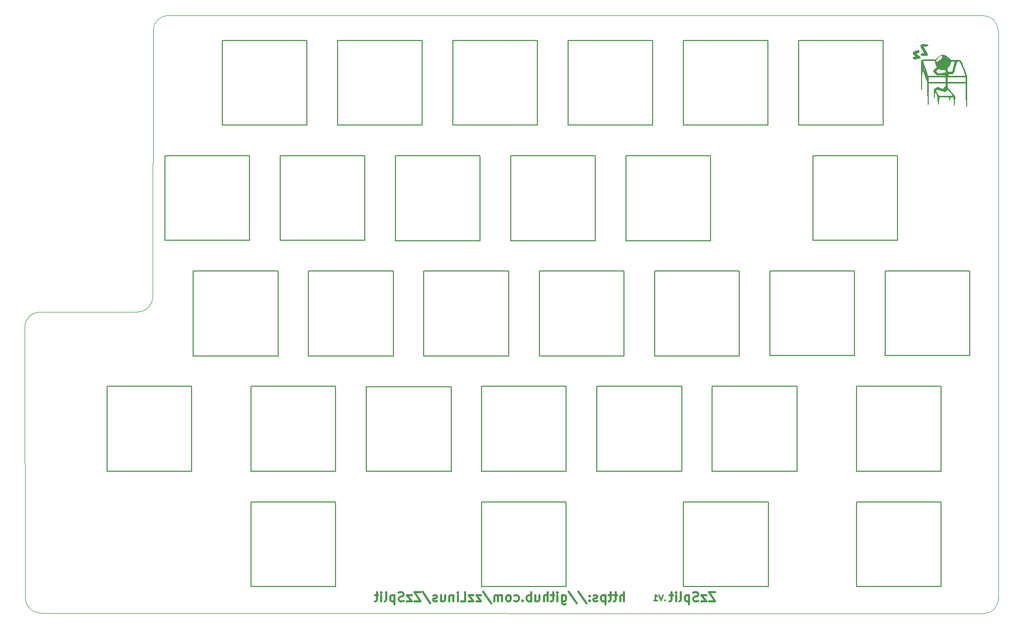
<source format=gbo>
G04 #@! TF.GenerationSoftware,KiCad,Pcbnew,(6.0.7)*
G04 #@! TF.CreationDate,2022-09-08T23:08:23+00:00*
G04 #@! TF.ProjectId,top-right,746f702d-7269-4676-9874-2e6b69636164,rev?*
G04 #@! TF.SameCoordinates,Original*
G04 #@! TF.FileFunction,Legend,Bot*
G04 #@! TF.FilePolarity,Positive*
%FSLAX46Y46*%
G04 Gerber Fmt 4.6, Leading zero omitted, Abs format (unit mm)*
G04 Created by KiCad (PCBNEW (6.0.7)) date 2022-09-08 23:08:23*
%MOMM*%
%LPD*%
G01*
G04 APERTURE LIST*
G04 #@! TA.AperFunction,Profile*
%ADD10C,0.150000*%
G04 #@! TD*
G04 #@! TA.AperFunction,Profile*
%ADD11C,0.100000*%
G04 #@! TD*
%ADD12C,0.250000*%
%ADD13C,0.300000*%
%ADD14C,4.700000*%
G04 APERTURE END LIST*
D10*
X174080000Y-58810000D02*
X174080000Y-72810000D01*
X117180000Y-96920000D02*
X131180000Y-96920000D01*
X117180000Y-110920000D02*
X131180000Y-110920000D01*
X145480000Y-39740000D02*
X145480000Y-53740000D01*
X193410000Y-110910000D02*
X193410000Y-96910000D01*
X160080000Y-58810000D02*
X174080000Y-58810000D01*
X135990000Y-58790000D02*
X135990000Y-72790000D01*
X221990000Y-91830000D02*
X235990000Y-91830000D01*
X117180000Y-110920000D02*
X117180000Y-96920000D01*
X93370000Y-110900000D02*
X93370000Y-96900000D01*
X150530000Y-39740000D02*
X164530000Y-39740000D01*
X216920000Y-77840000D02*
X216920000Y-91840000D01*
X131190000Y-115990000D02*
X131190000Y-129990000D01*
X224070000Y-58770000D02*
X224070000Y-72770000D01*
X221990000Y-77830000D02*
X235990000Y-77830000D01*
X155040000Y-58800000D02*
X155040000Y-72800000D01*
X160080000Y-72810000D02*
X160080000Y-58810000D01*
X141040000Y-72800000D02*
X141040000Y-58800000D01*
X121990000Y-58790000D02*
X135990000Y-58790000D01*
D11*
X98431213Y-84625773D02*
G75*
G03*
X100951293Y-82115759I10087J2509973D01*
G01*
D10*
X179140000Y-72810000D02*
X179140000Y-58810000D01*
D11*
X238203920Y-134489980D02*
G75*
G03*
X240724000Y-131980000I10080J2509980D01*
G01*
D10*
X202920000Y-91840000D02*
X216920000Y-91840000D01*
X107370000Y-96900000D02*
X107370000Y-110900000D01*
X126700000Y-77860000D02*
X140700000Y-77860000D01*
X188660000Y-129980000D02*
X202660000Y-129980000D01*
X155290000Y-96920000D02*
X169290000Y-96920000D01*
X121990000Y-72790000D02*
X121990000Y-58790000D01*
X169580000Y-53740000D02*
X169580000Y-39740000D01*
X126700000Y-91860000D02*
X140700000Y-91860000D01*
X136250000Y-110930000D02*
X136250000Y-96930000D01*
X217220000Y-96900000D02*
X231220000Y-96900000D01*
X141040000Y-72800000D02*
X155040000Y-72800000D01*
X202660000Y-115980000D02*
X202660000Y-129980000D01*
X164810000Y-91860000D02*
X178810000Y-91860000D01*
X136250000Y-110930000D02*
X150250000Y-110930000D01*
X193140000Y-58810000D02*
X193140000Y-72810000D01*
X183860000Y-91860000D02*
X183860000Y-77860000D01*
X121990000Y-72790000D02*
X135990000Y-72790000D01*
X126440000Y-39730000D02*
X126440000Y-53730000D01*
X210070000Y-58770000D02*
X224070000Y-58770000D01*
X202640000Y-39740000D02*
X202640000Y-53740000D01*
X131180000Y-96920000D02*
X131180000Y-110920000D01*
D11*
X101010000Y-38090000D02*
X100951293Y-82115759D01*
D10*
X183860000Y-91860000D02*
X197860000Y-91860000D01*
X210070000Y-72770000D02*
X224070000Y-72770000D01*
X169580000Y-39740000D02*
X183580000Y-39740000D01*
D11*
X82270000Y-84620000D02*
G75*
G03*
X79770000Y-87120000I0J-2500000D01*
G01*
D10*
X193410000Y-110910000D02*
X207410000Y-110910000D01*
X155290000Y-110920000D02*
X169290000Y-110920000D01*
X188660000Y-129980000D02*
X188660000Y-115980000D01*
X131480000Y-53740000D02*
X145480000Y-53740000D01*
X188350000Y-96920000D02*
X188350000Y-110920000D01*
X221680000Y-39730000D02*
X221680000Y-53730000D01*
X193410000Y-96910000D02*
X207410000Y-96910000D01*
D11*
X103510000Y-35590000D02*
G75*
G03*
X101010000Y-38090000I0J-2500000D01*
G01*
D10*
X102940000Y-72790000D02*
X102940000Y-58790000D01*
X207680000Y-39730000D02*
X221680000Y-39730000D01*
X126700000Y-91860000D02*
X126700000Y-77860000D01*
X164530000Y-39740000D02*
X164530000Y-53740000D01*
X155290000Y-129990000D02*
X155290000Y-115990000D01*
X131480000Y-53740000D02*
X131480000Y-39740000D01*
X140700000Y-77860000D02*
X140700000Y-91860000D01*
X207680000Y-53730000D02*
X221680000Y-53730000D01*
X117190000Y-129990000D02*
X117190000Y-115990000D01*
X174350000Y-96920000D02*
X188350000Y-96920000D01*
X221990000Y-91830000D02*
X221990000Y-77830000D01*
X202920000Y-77840000D02*
X216920000Y-77840000D01*
X231230000Y-115980000D02*
X231230000Y-129980000D01*
X145750000Y-91860000D02*
X145750000Y-77860000D01*
X179140000Y-58810000D02*
X193140000Y-58810000D01*
X207410000Y-96910000D02*
X207410000Y-110910000D01*
X150530000Y-53740000D02*
X164530000Y-53740000D01*
X93370000Y-110900000D02*
X107370000Y-110900000D01*
X155290000Y-110920000D02*
X155290000Y-96920000D01*
X183860000Y-77860000D02*
X197860000Y-77860000D01*
X197860000Y-77860000D02*
X197860000Y-91860000D01*
X102940000Y-58790000D02*
X116940000Y-58790000D01*
X112440000Y-53730000D02*
X126440000Y-53730000D01*
X150250000Y-96930000D02*
X150250000Y-110930000D01*
X217230000Y-129980000D02*
X217230000Y-115980000D01*
X136250000Y-96930000D02*
X150250000Y-96930000D01*
X145750000Y-91860000D02*
X159750000Y-91860000D01*
X93370000Y-96900000D02*
X107370000Y-96900000D01*
X188640000Y-53740000D02*
X188640000Y-39740000D01*
X169290000Y-96920000D02*
X169290000Y-110920000D01*
D11*
X79774000Y-87110000D02*
X79834000Y-131850000D01*
D10*
X155290000Y-129990000D02*
X169290000Y-129990000D01*
X210070000Y-58770000D02*
X210070000Y-72770000D01*
X174350000Y-110920000D02*
X188350000Y-110920000D01*
X160080000Y-72810000D02*
X174080000Y-72810000D01*
X217220000Y-110900000D02*
X231220000Y-110900000D01*
D11*
X240694019Y-38120000D02*
X240724000Y-131980000D01*
D10*
X188660000Y-115980000D02*
X202660000Y-115980000D01*
X107640000Y-91850000D02*
X107640000Y-77850000D01*
X150530000Y-53740000D02*
X150530000Y-39740000D01*
X116940000Y-58790000D02*
X116940000Y-72790000D01*
D11*
X82270000Y-84620000D02*
X98591213Y-84625739D01*
D10*
X217220000Y-110900000D02*
X217220000Y-96900000D01*
X188640000Y-39740000D02*
X202640000Y-39740000D01*
X231220000Y-96900000D02*
X231220000Y-110900000D01*
X112440000Y-53730000D02*
X112440000Y-39730000D01*
X188640000Y-53740000D02*
X202640000Y-53740000D01*
D11*
X240694019Y-38120000D02*
G75*
G03*
X238204000Y-35620001I-2500019J0D01*
G01*
D10*
X102940000Y-72790000D02*
X116940000Y-72790000D01*
X112440000Y-39730000D02*
X126440000Y-39730000D01*
X117190000Y-129990000D02*
X131190000Y-129990000D01*
X164810000Y-77860000D02*
X178810000Y-77860000D01*
X159750000Y-77860000D02*
X159750000Y-91860000D01*
X155290000Y-115990000D02*
X169290000Y-115990000D01*
X202920000Y-91840000D02*
X202920000Y-77840000D01*
X169580000Y-53740000D02*
X183580000Y-53740000D01*
X179140000Y-72810000D02*
X193140000Y-72810000D01*
X178810000Y-77860000D02*
X178810000Y-91860000D01*
X164810000Y-91860000D02*
X164810000Y-77860000D01*
X235990000Y-77830000D02*
X235990000Y-91830000D01*
X117190000Y-115990000D02*
X131190000Y-115990000D01*
D11*
X103510000Y-35590000D02*
X238204000Y-35620001D01*
D10*
X107640000Y-91850000D02*
X121640000Y-91850000D01*
X183580000Y-39740000D02*
X183580000Y-53740000D01*
X169290000Y-115990000D02*
X169290000Y-129990000D01*
X131480000Y-39740000D02*
X145480000Y-39740000D01*
X145750000Y-77860000D02*
X159750000Y-77860000D01*
X141040000Y-58800000D02*
X155040000Y-58800000D01*
X121640000Y-77850000D02*
X121640000Y-91850000D01*
X107640000Y-77850000D02*
X121640000Y-77850000D01*
X207680000Y-53730000D02*
X207680000Y-39730000D01*
X217230000Y-129980000D02*
X231230000Y-129980000D01*
X174350000Y-110920000D02*
X174350000Y-96920000D01*
D11*
X238203920Y-134489980D02*
X82334000Y-134350000D01*
X79834000Y-131850000D02*
G75*
G03*
X82334000Y-134350000I2500000J0D01*
G01*
D10*
X217230000Y-115980000D02*
X231230000Y-115980000D01*
D12*
X185564761Y-132207142D02*
X185517142Y-132254761D01*
X185564761Y-132302380D01*
X185612380Y-132254761D01*
X185564761Y-132207142D01*
X185564761Y-132302380D01*
X185231428Y-131302380D02*
X184898095Y-132302380D01*
X184564761Y-131302380D01*
X183707619Y-132302380D02*
X184279047Y-132302380D01*
X183993333Y-132302380D02*
X183993333Y-131302380D01*
X184088571Y-131445238D01*
X184183809Y-131540476D01*
X184279047Y-131588095D01*
D13*
X193875142Y-130905428D02*
X192859142Y-130905428D01*
X193875142Y-132429428D01*
X192859142Y-132429428D01*
X192423714Y-131413428D02*
X191625428Y-131413428D01*
X192423714Y-132429428D01*
X191625428Y-132429428D01*
X191117428Y-132356857D02*
X190899714Y-132429428D01*
X190536857Y-132429428D01*
X190391714Y-132356857D01*
X190319142Y-132284285D01*
X190246571Y-132139142D01*
X190246571Y-131994000D01*
X190319142Y-131848857D01*
X190391714Y-131776285D01*
X190536857Y-131703714D01*
X190827142Y-131631142D01*
X190972285Y-131558571D01*
X191044857Y-131486000D01*
X191117428Y-131340857D01*
X191117428Y-131195714D01*
X191044857Y-131050571D01*
X190972285Y-130978000D01*
X190827142Y-130905428D01*
X190464285Y-130905428D01*
X190246571Y-130978000D01*
X189593428Y-131413428D02*
X189593428Y-132937428D01*
X189593428Y-131486000D02*
X189448285Y-131413428D01*
X189158000Y-131413428D01*
X189012857Y-131486000D01*
X188940285Y-131558571D01*
X188867714Y-131703714D01*
X188867714Y-132139142D01*
X188940285Y-132284285D01*
X189012857Y-132356857D01*
X189158000Y-132429428D01*
X189448285Y-132429428D01*
X189593428Y-132356857D01*
X187996857Y-132429428D02*
X188142000Y-132356857D01*
X188214571Y-132211714D01*
X188214571Y-130905428D01*
X187416285Y-132429428D02*
X187416285Y-131413428D01*
X187416285Y-130905428D02*
X187488857Y-130978000D01*
X187416285Y-131050571D01*
X187343714Y-130978000D01*
X187416285Y-130905428D01*
X187416285Y-131050571D01*
X186908285Y-131413428D02*
X186327714Y-131413428D01*
X186690571Y-130905428D02*
X186690571Y-132211714D01*
X186618000Y-132356857D01*
X186472857Y-132429428D01*
X186327714Y-132429428D01*
X178852857Y-132429428D02*
X178852857Y-130905428D01*
X178199714Y-132429428D02*
X178199714Y-131631142D01*
X178272285Y-131486000D01*
X178417428Y-131413428D01*
X178635142Y-131413428D01*
X178780285Y-131486000D01*
X178852857Y-131558571D01*
X177691714Y-131413428D02*
X177111142Y-131413428D01*
X177474000Y-130905428D02*
X177474000Y-132211714D01*
X177401428Y-132356857D01*
X177256285Y-132429428D01*
X177111142Y-132429428D01*
X176820857Y-131413428D02*
X176240285Y-131413428D01*
X176603142Y-130905428D02*
X176603142Y-132211714D01*
X176530571Y-132356857D01*
X176385428Y-132429428D01*
X176240285Y-132429428D01*
X175732285Y-131413428D02*
X175732285Y-132937428D01*
X175732285Y-131486000D02*
X175587142Y-131413428D01*
X175296857Y-131413428D01*
X175151714Y-131486000D01*
X175079142Y-131558571D01*
X175006571Y-131703714D01*
X175006571Y-132139142D01*
X175079142Y-132284285D01*
X175151714Y-132356857D01*
X175296857Y-132429428D01*
X175587142Y-132429428D01*
X175732285Y-132356857D01*
X174426000Y-132356857D02*
X174280857Y-132429428D01*
X173990571Y-132429428D01*
X173845428Y-132356857D01*
X173772857Y-132211714D01*
X173772857Y-132139142D01*
X173845428Y-131994000D01*
X173990571Y-131921428D01*
X174208285Y-131921428D01*
X174353428Y-131848857D01*
X174426000Y-131703714D01*
X174426000Y-131631142D01*
X174353428Y-131486000D01*
X174208285Y-131413428D01*
X173990571Y-131413428D01*
X173845428Y-131486000D01*
X173119714Y-132284285D02*
X173047142Y-132356857D01*
X173119714Y-132429428D01*
X173192285Y-132356857D01*
X173119714Y-132284285D01*
X173119714Y-132429428D01*
X173119714Y-131486000D02*
X173047142Y-131558571D01*
X173119714Y-131631142D01*
X173192285Y-131558571D01*
X173119714Y-131486000D01*
X173119714Y-131631142D01*
X171305428Y-130832857D02*
X172611714Y-132792285D01*
X169708857Y-130832857D02*
X171015142Y-132792285D01*
X168547714Y-131413428D02*
X168547714Y-132647142D01*
X168620285Y-132792285D01*
X168692857Y-132864857D01*
X168838000Y-132937428D01*
X169055714Y-132937428D01*
X169200857Y-132864857D01*
X168547714Y-132356857D02*
X168692857Y-132429428D01*
X168983142Y-132429428D01*
X169128285Y-132356857D01*
X169200857Y-132284285D01*
X169273428Y-132139142D01*
X169273428Y-131703714D01*
X169200857Y-131558571D01*
X169128285Y-131486000D01*
X168983142Y-131413428D01*
X168692857Y-131413428D01*
X168547714Y-131486000D01*
X167822000Y-132429428D02*
X167822000Y-131413428D01*
X167822000Y-130905428D02*
X167894571Y-130978000D01*
X167822000Y-131050571D01*
X167749428Y-130978000D01*
X167822000Y-130905428D01*
X167822000Y-131050571D01*
X167314000Y-131413428D02*
X166733428Y-131413428D01*
X167096285Y-130905428D02*
X167096285Y-132211714D01*
X167023714Y-132356857D01*
X166878571Y-132429428D01*
X166733428Y-132429428D01*
X166225428Y-132429428D02*
X166225428Y-130905428D01*
X165572285Y-132429428D02*
X165572285Y-131631142D01*
X165644857Y-131486000D01*
X165790000Y-131413428D01*
X166007714Y-131413428D01*
X166152857Y-131486000D01*
X166225428Y-131558571D01*
X164193428Y-131413428D02*
X164193428Y-132429428D01*
X164846571Y-131413428D02*
X164846571Y-132211714D01*
X164774000Y-132356857D01*
X164628857Y-132429428D01*
X164411142Y-132429428D01*
X164266000Y-132356857D01*
X164193428Y-132284285D01*
X163467714Y-132429428D02*
X163467714Y-130905428D01*
X163467714Y-131486000D02*
X163322571Y-131413428D01*
X163032285Y-131413428D01*
X162887142Y-131486000D01*
X162814571Y-131558571D01*
X162742000Y-131703714D01*
X162742000Y-132139142D01*
X162814571Y-132284285D01*
X162887142Y-132356857D01*
X163032285Y-132429428D01*
X163322571Y-132429428D01*
X163467714Y-132356857D01*
X162088857Y-132284285D02*
X162016285Y-132356857D01*
X162088857Y-132429428D01*
X162161428Y-132356857D01*
X162088857Y-132284285D01*
X162088857Y-132429428D01*
X160710000Y-132356857D02*
X160855142Y-132429428D01*
X161145428Y-132429428D01*
X161290571Y-132356857D01*
X161363142Y-132284285D01*
X161435714Y-132139142D01*
X161435714Y-131703714D01*
X161363142Y-131558571D01*
X161290571Y-131486000D01*
X161145428Y-131413428D01*
X160855142Y-131413428D01*
X160710000Y-131486000D01*
X159839142Y-132429428D02*
X159984285Y-132356857D01*
X160056857Y-132284285D01*
X160129428Y-132139142D01*
X160129428Y-131703714D01*
X160056857Y-131558571D01*
X159984285Y-131486000D01*
X159839142Y-131413428D01*
X159621428Y-131413428D01*
X159476285Y-131486000D01*
X159403714Y-131558571D01*
X159331142Y-131703714D01*
X159331142Y-132139142D01*
X159403714Y-132284285D01*
X159476285Y-132356857D01*
X159621428Y-132429428D01*
X159839142Y-132429428D01*
X158678000Y-132429428D02*
X158678000Y-131413428D01*
X158678000Y-131558571D02*
X158605428Y-131486000D01*
X158460285Y-131413428D01*
X158242571Y-131413428D01*
X158097428Y-131486000D01*
X158024857Y-131631142D01*
X158024857Y-132429428D01*
X158024857Y-131631142D02*
X157952285Y-131486000D01*
X157807142Y-131413428D01*
X157589428Y-131413428D01*
X157444285Y-131486000D01*
X157371714Y-131631142D01*
X157371714Y-132429428D01*
X155557428Y-130832857D02*
X156863714Y-132792285D01*
X155194571Y-131413428D02*
X154396285Y-131413428D01*
X155194571Y-132429428D01*
X154396285Y-132429428D01*
X153960857Y-131413428D02*
X153162571Y-131413428D01*
X153960857Y-132429428D01*
X153162571Y-132429428D01*
X151856285Y-132429428D02*
X152582000Y-132429428D01*
X152582000Y-130905428D01*
X151348285Y-132429428D02*
X151348285Y-131413428D01*
X151348285Y-130905428D02*
X151420857Y-130978000D01*
X151348285Y-131050571D01*
X151275714Y-130978000D01*
X151348285Y-130905428D01*
X151348285Y-131050571D01*
X150622571Y-131413428D02*
X150622571Y-132429428D01*
X150622571Y-131558571D02*
X150550000Y-131486000D01*
X150404857Y-131413428D01*
X150187142Y-131413428D01*
X150042000Y-131486000D01*
X149969428Y-131631142D01*
X149969428Y-132429428D01*
X148590571Y-131413428D02*
X148590571Y-132429428D01*
X149243714Y-131413428D02*
X149243714Y-132211714D01*
X149171142Y-132356857D01*
X149026000Y-132429428D01*
X148808285Y-132429428D01*
X148663142Y-132356857D01*
X148590571Y-132284285D01*
X147937428Y-132356857D02*
X147792285Y-132429428D01*
X147502000Y-132429428D01*
X147356857Y-132356857D01*
X147284285Y-132211714D01*
X147284285Y-132139142D01*
X147356857Y-131994000D01*
X147502000Y-131921428D01*
X147719714Y-131921428D01*
X147864857Y-131848857D01*
X147937428Y-131703714D01*
X147937428Y-131631142D01*
X147864857Y-131486000D01*
X147719714Y-131413428D01*
X147502000Y-131413428D01*
X147356857Y-131486000D01*
X145542571Y-130832857D02*
X146848857Y-132792285D01*
X145179714Y-130905428D02*
X144163714Y-130905428D01*
X145179714Y-132429428D01*
X144163714Y-132429428D01*
X143728285Y-131413428D02*
X142930000Y-131413428D01*
X143728285Y-132429428D01*
X142930000Y-132429428D01*
X142422000Y-132356857D02*
X142204285Y-132429428D01*
X141841428Y-132429428D01*
X141696285Y-132356857D01*
X141623714Y-132284285D01*
X141551142Y-132139142D01*
X141551142Y-131994000D01*
X141623714Y-131848857D01*
X141696285Y-131776285D01*
X141841428Y-131703714D01*
X142131714Y-131631142D01*
X142276857Y-131558571D01*
X142349428Y-131486000D01*
X142422000Y-131340857D01*
X142422000Y-131195714D01*
X142349428Y-131050571D01*
X142276857Y-130978000D01*
X142131714Y-130905428D01*
X141768857Y-130905428D01*
X141551142Y-130978000D01*
X140898000Y-131413428D02*
X140898000Y-132937428D01*
X140898000Y-131486000D02*
X140752857Y-131413428D01*
X140462571Y-131413428D01*
X140317428Y-131486000D01*
X140244857Y-131558571D01*
X140172285Y-131703714D01*
X140172285Y-132139142D01*
X140244857Y-132284285D01*
X140317428Y-132356857D01*
X140462571Y-132429428D01*
X140752857Y-132429428D01*
X140898000Y-132356857D01*
X139301428Y-132429428D02*
X139446571Y-132356857D01*
X139519142Y-132211714D01*
X139519142Y-130905428D01*
X138720857Y-132429428D02*
X138720857Y-131413428D01*
X138720857Y-130905428D02*
X138793428Y-130978000D01*
X138720857Y-131050571D01*
X138648285Y-130978000D01*
X138720857Y-130905428D01*
X138720857Y-131050571D01*
X138212857Y-131413428D02*
X137632285Y-131413428D01*
X137995142Y-130905428D02*
X137995142Y-132211714D01*
X137922571Y-132356857D01*
X137777428Y-132429428D01*
X137632285Y-132429428D01*
G36*
X228581637Y-40363266D02*
G01*
X228862079Y-40370579D01*
X229018947Y-40394957D01*
X229087335Y-40445755D01*
X229102333Y-40532334D01*
X229102291Y-40538475D01*
X229071478Y-40643191D01*
X228955025Y-40699110D01*
X228711164Y-40727023D01*
X228319994Y-40752380D01*
X228689997Y-41315720D01*
X228888045Y-41634542D01*
X229020790Y-41906382D01*
X229055593Y-42092496D01*
X229000088Y-42215023D01*
X228900945Y-42240983D01*
X228678844Y-42254399D01*
X228386254Y-42250301D01*
X228114901Y-42233910D01*
X227933247Y-42203737D01*
X227851394Y-42148865D01*
X227832333Y-42056334D01*
X227835471Y-42012149D01*
X227908202Y-41906941D01*
X228107500Y-41860469D01*
X228128102Y-41858322D01*
X228308566Y-41822767D01*
X228382666Y-41776536D01*
X228347157Y-41698076D01*
X228237725Y-41517144D01*
X228080133Y-41279869D01*
X227988839Y-41140690D01*
X227837233Y-40836815D01*
X227804967Y-40601802D01*
X227818239Y-40507297D01*
X227856859Y-40424027D01*
X227953087Y-40381172D01*
X228144164Y-40365305D01*
X228467333Y-40363000D01*
X228581637Y-40363266D01*
G37*
G36*
X235579333Y-48154793D02*
G01*
X235579212Y-48320522D01*
X235576538Y-48938255D01*
X235570714Y-49494744D01*
X235562203Y-49968373D01*
X235551469Y-50337524D01*
X235538977Y-50580579D01*
X235525191Y-50675921D01*
X235467012Y-50710052D01*
X235417359Y-50669278D01*
X235380157Y-50533200D01*
X235353881Y-50287026D01*
X235337003Y-49915963D01*
X235327996Y-49405220D01*
X235325333Y-48740003D01*
X235325333Y-46840000D01*
X232362000Y-46840000D01*
X232362000Y-47254275D01*
X232362974Y-47324558D01*
X232396667Y-47593758D01*
X232475967Y-47712283D01*
X232516470Y-47739750D01*
X232658681Y-47878018D01*
X232859697Y-48101340D01*
X233089800Y-48377508D01*
X233417356Y-48784764D01*
X233589666Y-48999000D01*
X233547333Y-49825530D01*
X233533633Y-50040007D01*
X233500890Y-50357747D01*
X233461420Y-50572656D01*
X233420333Y-50651499D01*
X233403201Y-50637852D01*
X233363497Y-50499355D01*
X233331281Y-50238434D01*
X233311323Y-49888469D01*
X233286979Y-49126000D01*
X233041520Y-49126000D01*
X232906795Y-49136125D01*
X232808126Y-49210151D01*
X232769531Y-49401167D01*
X232767330Y-49421586D01*
X232723155Y-49602173D01*
X232658333Y-49676334D01*
X232651977Y-49675578D01*
X232588026Y-49588600D01*
X232547135Y-49401167D01*
X232520604Y-49126000D01*
X230929789Y-49126000D01*
X230905061Y-49782167D01*
X230904934Y-49785529D01*
X230879127Y-50152742D01*
X230839998Y-50355977D01*
X230793467Y-50399457D01*
X230745454Y-50287403D01*
X230701881Y-50024037D01*
X230668666Y-49613582D01*
X230664828Y-49546284D01*
X230623115Y-49095855D01*
X230556334Y-48770940D01*
X230457000Y-48533334D01*
X230287666Y-48237000D01*
X230245333Y-48725443D01*
X230221174Y-48943076D01*
X230174069Y-49163076D01*
X230122814Y-49223935D01*
X230073913Y-49131565D01*
X230033869Y-48891877D01*
X230009183Y-48510782D01*
X230004195Y-48341654D01*
X230002714Y-48039359D01*
X230008220Y-47983000D01*
X230357859Y-47983000D01*
X230642744Y-48427500D01*
X230927630Y-48872000D01*
X232072949Y-48872000D01*
X232514530Y-48873297D01*
X232848135Y-48868814D01*
X233042627Y-48844122D01*
X233113681Y-48784764D01*
X233076977Y-48676285D01*
X232948191Y-48504229D01*
X232743000Y-48254138D01*
X232601319Y-48093201D01*
X232423969Y-47965238D01*
X232270402Y-47979188D01*
X232109691Y-48128936D01*
X231957240Y-48317206D01*
X231406808Y-48122887D01*
X231112813Y-48033238D01*
X230815274Y-47969807D01*
X230607117Y-47955784D01*
X230357859Y-47983000D01*
X230008220Y-47983000D01*
X230020539Y-47856911D01*
X230063189Y-47759630D01*
X230136183Y-47712834D01*
X230221011Y-47669862D01*
X230355374Y-47544885D01*
X230409110Y-47492071D01*
X230597441Y-47440437D01*
X230832512Y-47464455D01*
X231044682Y-47562360D01*
X231147831Y-47621846D01*
X231350257Y-47679762D01*
X231546718Y-47687460D01*
X231685115Y-47645544D01*
X231713346Y-47554616D01*
X231710924Y-47459682D01*
X231843003Y-47375408D01*
X231981430Y-47285205D01*
X232023333Y-47084125D01*
X232023333Y-46840000D01*
X229232573Y-46840000D01*
X229209786Y-48702771D01*
X229202372Y-49162512D01*
X229185167Y-49766615D01*
X229162679Y-50202549D01*
X229136285Y-50470931D01*
X229107366Y-50572374D01*
X229077299Y-50507497D01*
X229047462Y-50276912D01*
X229019235Y-49881238D01*
X228993995Y-49321089D01*
X228973122Y-48597080D01*
X228928578Y-46628334D01*
X228912788Y-46586000D01*
X229229333Y-46586000D01*
X232023333Y-46586000D01*
X232362000Y-46586000D01*
X235325333Y-46586000D01*
X235325333Y-45824000D01*
X232362000Y-45824000D01*
X232362000Y-46586000D01*
X232023333Y-46586000D01*
X232023333Y-45824000D01*
X229229333Y-45824000D01*
X229229333Y-46586000D01*
X228912788Y-46586000D01*
X228533830Y-45570000D01*
X228139082Y-44511667D01*
X228112707Y-46289667D01*
X228101662Y-46836959D01*
X228083497Y-47357989D01*
X228060293Y-47744519D01*
X228032775Y-47984946D01*
X228001666Y-48067667D01*
X227999761Y-48067260D01*
X227973888Y-47976005D01*
X227951082Y-47742515D01*
X227931547Y-47392105D01*
X227915486Y-46950091D01*
X227903105Y-46441789D01*
X227894607Y-45892514D01*
X227890197Y-45327582D01*
X227890078Y-44772308D01*
X227894456Y-44252009D01*
X227903533Y-43792000D01*
X227907690Y-43680691D01*
X228143662Y-43680691D01*
X228178335Y-43823042D01*
X228257428Y-44084027D01*
X228371836Y-44434437D01*
X228512457Y-44845065D01*
X228573409Y-45018822D01*
X228732901Y-45464902D01*
X228847290Y-45767333D01*
X228922125Y-45939297D01*
X228962956Y-45993976D01*
X228975333Y-45944555D01*
X228974775Y-45937895D01*
X228941009Y-45813222D01*
X228863801Y-45577465D01*
X228755498Y-45264514D01*
X228628451Y-44908259D01*
X228495006Y-44542589D01*
X228367512Y-44201395D01*
X228258317Y-43918566D01*
X228179770Y-43727991D01*
X228144218Y-43663560D01*
X228143662Y-43680691D01*
X227907690Y-43680691D01*
X227917515Y-43417597D01*
X227934863Y-43178167D01*
X228297597Y-43178167D01*
X228302058Y-43200728D01*
X228348205Y-43355792D01*
X228436451Y-43628308D01*
X228556927Y-43988165D01*
X228699764Y-44405254D01*
X229102333Y-45568841D01*
X230605166Y-45569421D01*
X231040377Y-45566454D01*
X231467108Y-45556487D01*
X231805224Y-45540748D01*
X232027822Y-45520532D01*
X232108000Y-45497131D01*
X232084507Y-45480606D01*
X231930707Y-45459891D01*
X231665105Y-45453532D01*
X231324833Y-45463141D01*
X230541666Y-45502019D01*
X230493477Y-45452059D01*
X232446666Y-45452059D01*
X232456406Y-45480442D01*
X232487358Y-45497131D01*
X232525045Y-45517452D01*
X232677673Y-45543125D01*
X232935614Y-45559248D01*
X233320190Y-45567610D01*
X233852725Y-45570000D01*
X234146529Y-45569724D01*
X234583710Y-45566723D01*
X234886344Y-45558381D01*
X235077168Y-45542211D01*
X235178919Y-45515722D01*
X235214333Y-45476426D01*
X235206148Y-45421834D01*
X235202367Y-45411323D01*
X235145504Y-45258590D01*
X235043334Y-44987886D01*
X234909093Y-44634185D01*
X234756017Y-44232459D01*
X234716772Y-44129711D01*
X234565107Y-43738195D01*
X234454350Y-43475180D01*
X234368762Y-43316084D01*
X234292607Y-43236321D01*
X234210148Y-43211308D01*
X234105648Y-43216459D01*
X234026437Y-43226540D01*
X233936904Y-43259708D01*
X233928958Y-43268944D01*
X233867183Y-43340746D01*
X233802591Y-43498884D01*
X233728447Y-43763358D01*
X233630070Y-44163399D01*
X233596423Y-44299961D01*
X233472003Y-44741786D01*
X233398283Y-44924668D01*
X233351359Y-45041074D01*
X233220820Y-45218188D01*
X233066712Y-45293488D01*
X232875366Y-45287333D01*
X232714788Y-45270966D01*
X232517684Y-45317638D01*
X232446666Y-45452059D01*
X230493477Y-45452059D01*
X230204826Y-45152800D01*
X230157739Y-45103234D01*
X229980292Y-44878168D01*
X229973113Y-44845007D01*
X230437685Y-44845007D01*
X230538962Y-44974345D01*
X230637782Y-45059003D01*
X230828057Y-45124726D01*
X231126289Y-45138227D01*
X231267211Y-45132879D01*
X231558431Y-45107576D01*
X231769333Y-45070910D01*
X231889556Y-45025813D01*
X231961680Y-44924668D01*
X231951366Y-44723334D01*
X231950672Y-44720036D01*
X231860839Y-44662456D01*
X231673323Y-44638667D01*
X231640940Y-44638022D01*
X231365771Y-44605613D01*
X231076491Y-44539351D01*
X231052915Y-44532340D01*
X230940921Y-44506906D01*
X232282475Y-44506906D01*
X232312175Y-44661907D01*
X232352230Y-44749880D01*
X232478570Y-44860027D01*
X232713841Y-44908434D01*
X232863996Y-44919487D01*
X232997022Y-44894822D01*
X233078422Y-44786906D01*
X233158072Y-44556190D01*
X233186859Y-44460894D01*
X233268779Y-44157504D01*
X233323814Y-43907711D01*
X233368719Y-43674134D01*
X233425420Y-43420878D01*
X233427329Y-43413234D01*
X233447393Y-43268944D01*
X233380797Y-43210372D01*
X233186333Y-43199334D01*
X233129927Y-43199745D01*
X232965057Y-43223089D01*
X232884848Y-43317635D01*
X232838444Y-43532018D01*
X232743781Y-43819496D01*
X232510122Y-44155515D01*
X232497123Y-44169305D01*
X232336631Y-44361874D01*
X232282475Y-44506906D01*
X230940921Y-44506906D01*
X230837703Y-44483465D01*
X230699563Y-44509071D01*
X230564008Y-44621029D01*
X230448477Y-44748839D01*
X230437685Y-44845007D01*
X229973113Y-44845007D01*
X229942224Y-44702314D01*
X230048377Y-44535733D01*
X230303598Y-44338486D01*
X230557640Y-44165306D01*
X230401487Y-43874141D01*
X230385509Y-43843122D01*
X230286001Y-43581841D01*
X230245333Y-43348821D01*
X230245333Y-43135834D01*
X230414983Y-43135834D01*
X230456131Y-43199787D01*
X230592431Y-43193638D01*
X230786125Y-43116921D01*
X230997582Y-42990190D01*
X231187173Y-42833998D01*
X231315267Y-42668901D01*
X231381252Y-42507361D01*
X231375097Y-42350300D01*
X231249106Y-42308745D01*
X231013317Y-42391906D01*
X231011956Y-42392612D01*
X230818931Y-42536529D01*
X230625019Y-42745764D01*
X230475333Y-42964228D01*
X230414983Y-43135834D01*
X230245333Y-43135834D01*
X230245333Y-43114667D01*
X229271666Y-43114667D01*
X228909548Y-43119246D01*
X228591980Y-43132799D01*
X228376851Y-43153166D01*
X228297597Y-43178167D01*
X227934863Y-43178167D01*
X227936606Y-43154115D01*
X227961009Y-43026870D01*
X227997727Y-42972025D01*
X228069468Y-42921602D01*
X228195911Y-42889131D01*
X228405707Y-42870734D01*
X228727512Y-42862538D01*
X229189979Y-42860667D01*
X230330000Y-42860667D01*
X230660046Y-42530621D01*
X230899365Y-42327081D01*
X231295039Y-42135848D01*
X231697068Y-42112656D01*
X232097871Y-42257345D01*
X232411586Y-42507361D01*
X232489871Y-42569750D01*
X232854896Y-42945333D01*
X233661784Y-42945334D01*
X233798987Y-42946349D01*
X234163264Y-42961499D01*
X234414607Y-42992507D01*
X234524962Y-43036411D01*
X234549787Y-43088304D01*
X234631301Y-43280917D01*
X234754669Y-43584222D01*
X234908222Y-43969404D01*
X235080292Y-44407648D01*
X235496931Y-45476426D01*
X235579333Y-45687808D01*
X235579333Y-48154793D01*
G37*
G36*
X227646206Y-41413006D02*
G01*
X227675627Y-41451897D01*
X227680349Y-41602154D01*
X227565641Y-41749001D01*
X227362165Y-41845730D01*
X227262752Y-41875619D01*
X227238964Y-41923463D01*
X227320443Y-42015538D01*
X227521357Y-42181747D01*
X227596902Y-42244454D01*
X227797949Y-42455295D01*
X227841132Y-42611152D01*
X227725617Y-42719124D01*
X227450576Y-42786310D01*
X227054360Y-42828834D01*
X226769031Y-42824387D01*
X226611012Y-42765369D01*
X226562333Y-42649000D01*
X226593550Y-42536722D01*
X226752833Y-42452612D01*
X226818616Y-42440922D01*
X226926307Y-42383543D01*
X226896660Y-42275728D01*
X226728145Y-42095359D01*
X226694451Y-42062717D01*
X226543591Y-41854795D01*
X226551314Y-41685273D01*
X226720854Y-41547632D01*
X227055442Y-41435354D01*
X227347302Y-41374435D01*
X227540005Y-41365447D01*
X227646206Y-41413006D01*
G37*
%LPC*%
D14*
X175990000Y-125450000D03*
X107440000Y-50530000D03*
X89660000Y-126080000D03*
X233840000Y-55550000D03*
M02*

</source>
